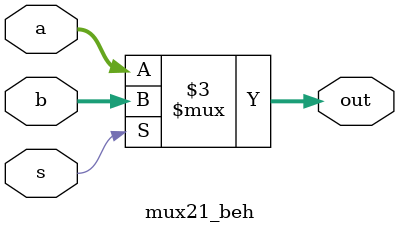
<source format=v>
module mux21_beh(input [3:0]a,b, input s, output reg [3:0]out);
always @(*)
begin
if(s)
out=b;
else
out=a;
end
endmodule

</source>
